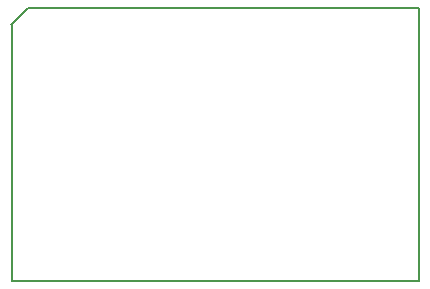
<source format=gto>
G04*
G04 #@! TF.GenerationSoftware,Altium Limited,Altium Designer,19.0.14 (431)*
G04*
G04 Layer_Color=65535*
%FSLAX25Y25*%
%MOIN*%
G70*
G01*
G75*
%ADD10C,0.00787*%
D10*
X9800Y87800D02*
X15000Y93000D01*
X55200D01*
X9500Y87500D02*
X9600D01*
X100000Y93000D02*
X145300D01*
X43250Y2000D02*
X110750D01*
X55200Y93000D02*
X100000D01*
X110750Y2000D02*
X145300D01*
Y93000D01*
X9800Y2000D02*
X43250D01*
X9800D02*
Y87800D01*
M02*

</source>
